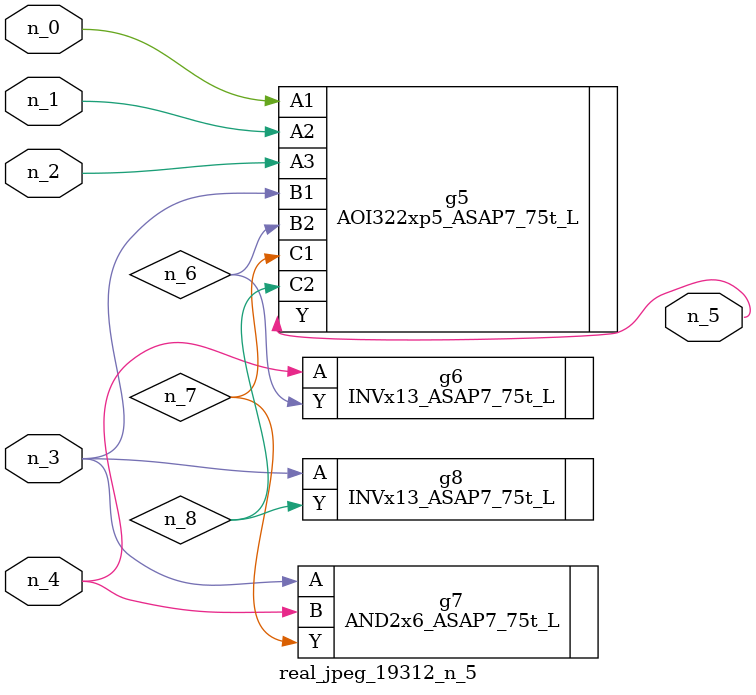
<source format=v>
module real_jpeg_19312_n_5 (n_4, n_0, n_1, n_2, n_3, n_5);

input n_4;
input n_0;
input n_1;
input n_2;
input n_3;

output n_5;

wire n_8;
wire n_6;
wire n_7;

AOI322xp5_ASAP7_75t_L g5 ( 
.A1(n_0),
.A2(n_1),
.A3(n_2),
.B1(n_3),
.B2(n_6),
.C1(n_7),
.C2(n_8),
.Y(n_5)
);

AND2x6_ASAP7_75t_L g7 ( 
.A(n_3),
.B(n_4),
.Y(n_7)
);

INVx13_ASAP7_75t_L g8 ( 
.A(n_3),
.Y(n_8)
);

INVx13_ASAP7_75t_L g6 ( 
.A(n_4),
.Y(n_6)
);


endmodule
</source>
